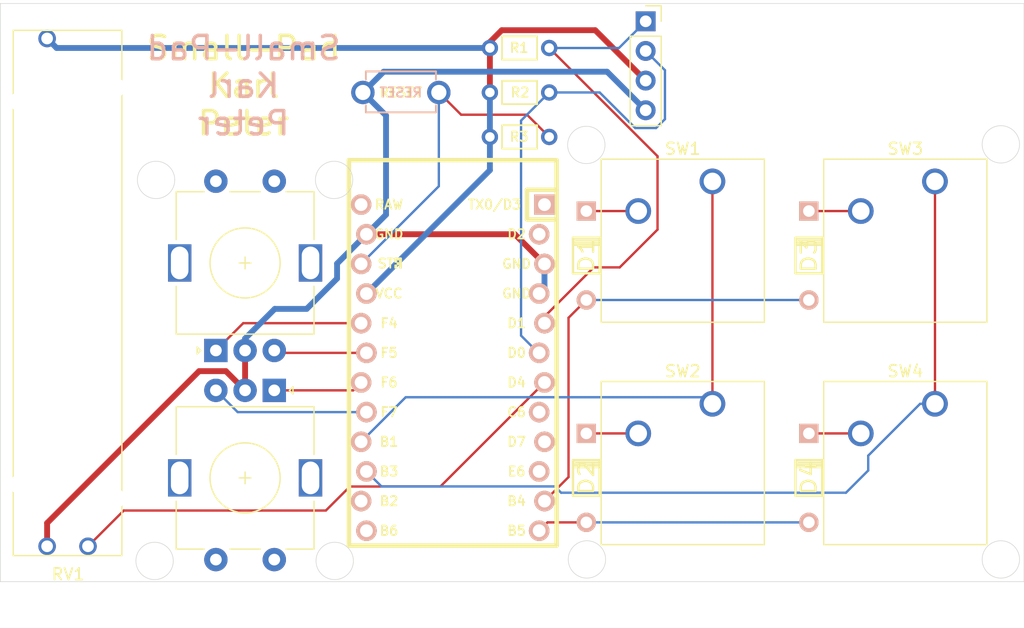
<source format=kicad_pcb>
(kicad_pcb (version 20221018) (generator pcbnew)
  (layers (0 "F.Cu" signal) (31 "B.Cu" signal) (34 "B.Paste" user) (35 "F.Paste" user) (36 "B.SilkS" user "B.Silkscreen") (37 "F.SilkS" user "F.Silkscreen") (38 "B.Mask" user) (39 "F.Mask" user) (44 "Edge.Cuts" user))
  (net 0 "")
  (net 1 "GND")
  (net 2 "Net-(U1-RST)")
  (net 3 "encC")
  (net 4 "encD")
  (net 5 "encE")
  (net 6 "encF")
  (net 7 "VCC")
  (net 8 "SDA")
  (net 9 "SCL")
  (net 10 "rowA")
  (net 11 "Net-(D1-A)")
  (net 12 "rowB")
  (net 13 "Net-(D2-A)")
  (net 14 "Net-(D3-A)")
  (net 15 "Net-(D4-A)")
  (net 16 "encA")
  (net 17 "col1")
  (net 18 "col0")
  (footprint "Library:TACT_SWITCH_TVBP06" (layer "F.Cu") (at 163.83 58.42)
    (fp_text reference "SW7" hide)
    (fp_text value "SW_Omron_B3FS" hide)
    (fp_text user "RESET" (at 0 0) (layer "B.SilkS") (effects (font (size 0.8 0.8)) (justify mirror)))
    (fp_text user "RESET" (at 0 0 -180) (layer "F.SilkS") (effects (font (size 0.8 0.8))))
    (fp_line (start -3 -1.8) (end -3 -1.1) (stroke (width 0.15)) (layer "B.SilkS"))
    (fp_line (start -3 -1.8) (end 2.9 -1.8) (stroke (width 0.15)) (layer "B.SilkS"))
    (fp_line (start -3 -1.8) (end 3 -1.8) (stroke (width 0.15)) (layer "B.SilkS"))
    (fp_line (start -3 1.7) (end -3 1.1) (stroke (width 0.15)) (layer "B.SilkS"))
    (fp_line (start 3 -1.8) (end 3 -1.1) (stroke (width 0.15)) (layer "B.SilkS"))
    (fp_line (start 3 1.7) (end -3 1.7) (stroke (width 0.15)) (layer "B.SilkS"))
    (fp_line (start 3 1.7) (end 3 1.1) (stroke (width 0.15)) (layer "B.SilkS"))
    (fp_line (start -3 -1.8) (end -3 -1.1) (stroke (width 0.15)) (layer "F.SilkS"))
    (fp_line (start -3 1.7) (end -3 1.1) (stroke (width 0.15)) (layer "F.SilkS"))
    (fp_line (start -3 1.7) (end 3 1.7) (stroke (width 0.15)) (layer "F.SilkS"))
    (fp_line (start 3 -1.8) (end -3 -1.8) (stroke (width 0.15)) (layer "F.SilkS"))
    (fp_line (start 3 -1.8) (end 3 -1.1) (stroke (width 0.15)) (layer "F.SilkS"))
    (fp_line (start 3 1.7) (end 3 1.1) (stroke (width 0.15)) (layer "F.SilkS"))
    (pad "1" thru_hole circle (at -3.25 0) (size 2 2) (drill 1.3) (layers "*.Cu" "*.Mask") (net 1 "GND"))
    (pad "2" thru_hole circle (at 3.25 0) (size 2 2) (drill 1.3) (layers "*.Cu" "*.Mask") (net 2 "Net-(U1-RST)"))
  )
  (footprint "Library:RESISTOR" (layer "F.Cu") (at 173.99 58.42 180)
    (fp_text reference "R2" (at -0.039272 0) (layer "F.SilkS") (effects (font (size 0.8128 0.8128))))
    (fp_text value "R_US" hide)
    (fp_line (start -1.50114 -1.00076) (end -1.50114 1.00076) (stroke (width 0.15)) (layer "F.SilkS"))
    (fp_line (start -1.50114 1.00076) (end 1.50114 1.00076) (stroke (width 0.15)) (layer "F.SilkS"))
    (fp_line (start 1.50114 -1.00076) (end -1.50114 -1.00076) (stroke (width 0.15)) (layer "F.SilkS"))
    (fp_line (start 1.50114 1.00076) (end 1.50114 -1.00076) (stroke (width 0.15)) (layer "F.SilkS"))
    (pad "1" thru_hole circle (at -2.54 0 180) (size 1.397 1.397) (drill 0.8128) (layers "*.Cu" "*.Mask") (net 9 "SCL"))
    (pad "2" thru_hole circle (at 2.54 0 180) (size 1.397 1.397) (drill 0.8128) (layers "*.Cu" "*.Mask") (net 7 "VCC"))
  )
  (footprint "Library:ArduinoProMicro-ZigZag" (layer "F.Cu") (at 168.275 81.99675 -90)
    (fp_text reference "U1" hide)
    (fp_text value "ProMicro" hide)
    (fp_text user "D0" (at -1.27 -5.461) (layer "F.SilkS") (effects (font (size 0.8 0.8))))
    (fp_text user "E6" (at 8.89 -5.461) (layer "F.SilkS") (effects (font (size 0.8 0.8))))
    (fp_text user "C6" (at 3.81 -5.461) (layer "F.SilkS") (effects (font (size 0.8 0.8))))
    (fp_text user "B2" (at 11.43 5.461) (layer "F.SilkS") (effects (font (size 0.8 0.8))))
    (fp_text user "ST" (at -8.92 5.73312) (layer "F.SilkS") (effects (font (size 0.8 0.8))))
    (fp_text user "D2" (at -11.43 -5.461) (layer "F.SilkS") (effects (font (size 0.8 0.8))))
    (fp_text user "D1" (at -3.81 -5.461) (layer "F.SilkS") (effects (font (size 0.8 0.8))))
    (fp_text user "VCC" (at -6.35 5.461) (layer "F.SilkS") (effects (font (size 0.8 0.8))))
    (fp_text user "D7" (at 6.35 -5.461) (layer "F.SilkS") (effects (font (size 0.8 0.8))))
    (fp_text user "F7" (at 3.81 5.461) (layer "F.SilkS") (effects (font (size 0.8 0.8))))
    (fp_text user "B6" (at 13.97 5.461) (layer "F.SilkS") (effects (font (size 0.8 0.8))))
    (fp_text user "RAW" (at -13.97 5.461) (layer "F.SilkS") (effects (font (size 0.8 0.8))))
    (fp_text user "B1" (at 6.35 5.461) (layer "F.SilkS") (effects (font (size 0.8 0.8))))
    (fp_text user "GND" (at -11.43 5.461) (layer "F.SilkS") (effects (font (size 0.8 0.8))))
    (fp_text user "B3" (at 8.89 5.461) (layer "F.SilkS") (effects (font (size 0.8 0.8))))
    (fp_text user "F4" (at -3.81 5.461) (layer "F.SilkS") (effects (font (size 0.8 0.8))))
    (fp_text user "B5" (at 13.97 -5.461) (layer "F.SilkS") (effects (font (size 0.8 0.8))))
    (fp_text user "D4" (at 1.27 -5.461) (layer "F.SilkS") (effects (font (size 0.8 0.8))))
    (fp_text user "B4" (at 11.43 -5.461) (layer "F.SilkS") (effects (font (size 0.8 0.8))))
    (fp_text user "GND" (at -6.35 -5.461) (layer "F.SilkS") (effects (font (size 0.8 0.8))))
    (fp_text user "F6" (at 1.27 5.461) (layer "F.SilkS") (effects (font (size 0.8 0.8))))
    (fp_text user "GND" (at -8.89 -5.461) (layer "F.SilkS") (effects (font (size 0.8 0.8))))
    (fp_text user "TX0/D3" (at -13.97 -3.571872) (layer "F.SilkS") (effects (font (size 0.8 0.8))))
    (fp_text user "F5" (at -1.27 5.461) (layer "F.SilkS") (effects (font (size 0.8 0.8))))
    (fp_line (start -17.78 -8.89) (end -15.24 -8.89) (stroke (width 0.381)) (layer "F.SilkS"))
    (fp_line (start -17.78 8.89) (end -17.78 -8.89) (stroke (width 0.381)) (layer "F.SilkS"))
    (fp_line (start -15.24 -8.89) (end 15.24 -8.89) (stroke (width 0.381)) (layer "F.SilkS"))
    (fp_line (start -15.24 -6.35) (end -15.24 -8.89) (stroke (width 0.381)) (layer "F.SilkS"))
    (fp_line (start -15.24 -6.35) (end -12.7 -6.35) (stroke (width 0.381)) (layer "F.SilkS"))
    (fp_line (start -15.24 8.89) (end -17.78 8.89) (stroke (width 0.381)) (layer "F.SilkS"))
    (fp_line (start -12.7 -6.35) (end -12.7 -8.89) (stroke (width 0.381)) (layer "F.SilkS"))
    (fp_line (start 15.24 -8.89) (end 15.24 8.89) (stroke (width 0.381)) (layer "F.SilkS"))
    (fp_line (start 15.24 8.89) (end -15.24 8.89) (stroke (width 0.381)) (layer "F.SilkS"))
    (fp_poly (pts (xy -9.36064 4.531568) (xy -8.56064 4.531568) (xy -8.56064 4.431568) (xy -9.36064 4.431568)) (stroke (width 0.15)) (fill solid) (layer "F.SilkS"))
    (fp_poly (pts (xy -9.36064 4.931568) (xy -9.26064 4.931568) (xy -9.26064 4.431568) (xy -9.36064 4.431568)) (stroke (width 0.15)) (fill solid) (layer "F.SilkS"))
    (fp_poly (pts (xy -9.36064 4.931568) (xy -9.06064 4.931568) (xy -9.06064 4.831568) (xy -9.36064 4.831568)) (stroke (width 0.15)) (fill solid) (layer "F.SilkS"))
    (fp_poly (pts (xy -8.96064 4.731568) (xy -8.86064 4.731568) (xy -8.86064 4.631568) (xy -8.96064 4.631568)) (stroke (width 0.15)) (fill solid) (layer "F.SilkS"))
    (fp_poly (pts (xy -8.76064 4.931568) (xy -8.56064 4.931568) (xy -8.56064 4.831568) (xy -8.76064 4.831568)) (stroke (width 0.15)) (fill solid) (layer "F.SilkS"))
    (pad "1" thru_hole rect (at -13.97 -7.8486 270) (size 1.7526 1.7526) (drill 1.0922) (layers "*.Cu" "*.SilkS" "*.Mask"))
    (pad "2" thru_hole circle (at -11.43 -7.3914 270) (size 1.7526 1.7526) (drill 1.0922) (layers "*.Cu" "*.SilkS" "*.Mask"))
    (pad "3" thru_hole circle (at -8.89 -7.8486 270) (size 1.7526 1.7526) (drill 1.0922) (layers "*.Cu" "*.SilkS" "*.Mask") (net 1 "GND"))
    (pad "4" thru_hole circle (at -6.35 -7.3914 270) (size 1.7526 1.7526) (drill 1.0922) (layers "*.Cu" "*.SilkS" "*.Mask") (net 1 "GND"))
    (pad "5" thru_hole circle (at -3.81 -7.8486 270) (size 1.7526 1.7526) (drill 1.0922) (layers "*.Cu" "*.SilkS" "*.Mask") (net 8 "SDA"))
    (pad "6" thru_hole circle (at -1.27 -7.3914 270) (size 1.7526 1.7526) (drill 1.0922) (layers "*.Cu" "*.SilkS" "*.Mask") (net 9 "SCL"))
    (pad "7" thru_hole circle (at 1.27 -7.8486 270) (size 1.7526 1.7526) (drill 1.0922) (layers "*.Cu" "*.SilkS" "*.Mask") (net 16 "encA"))
    (pad "8" thru_hole circle (at 3.81 -7.3914 270) (size 1.7526 1.7526) (drill 1.0922) (layers "*.Cu" "*.SilkS" "*.Mask"))
    (pad "9" thru_hole circle (at 6.35 -7.8486 270) (size 1.7526 1.7526) (drill 1.0922) (layers "*.Cu" "*.SilkS" "*.Mask"))
    (pad "10" thru_hole circle (at 8.89 -7.3914 270) (size 1.7526 1.7526) (drill 1.0922) (layers "*.Cu" "*.SilkS" "*.Mask"))
    (pad "11" thru_hole circle (at 11.43 -7.8486 270) (size 1.7526 1.7526) (drill 1.0922) (layers "*.Cu" "*.SilkS" "*.Mask") (net 10 "rowA"))
    (pad "12" thru_hole circle (at 13.97 -7.3914 270) (size 1.7526 1.7526) (drill 1.0922) (layers "*.Cu" "*.SilkS" "*.Mask") (net 12 "rowB"))
    (pad "13" thru_hole circle (at 13.97 7.3914 270) (size 1.7526 1.7526) (drill 1.0922) (layers "*.Cu" "*.SilkS" "*.Mask"))
    (pad "14" thru_hole circle (at 11.43 7.8486 270) (size 1.7526 1.7526) (drill 1.0922) (layers "*.Cu" "*.SilkS" "*.Mask"))
    (pad "15" thru_hole circle (at 8.89 7.3914 270) (size 1.7526 1.7526) (drill 1.0922) (layers "*.Cu" "*.SilkS" "*.Mask") (net 17 "col1"))
    (pad "16" thru_hole circle (at 6.35 7.8486 270) (size 1.7526 1.7526) (drill 1.0922) (layers "*.Cu" "*.SilkS" "*.Mask") (net 18 "col0"))
    (pad "17" thru_hole circle (at 3.81 7.3914 270) (size 1.7526 1.7526) (drill 1.0922) (layers "*.Cu" "*.SilkS" "*.Mask") (net 6 "encF"))
    (pad "18" thru_hole circle (at 1.27 7.8486 270) (size 1.7526 1.7526) (drill 1.0922) (layers "*.Cu" "*.SilkS" "*.Mask") (net 5 "encE"))
    (pad "19" thru_hole circle (at -1.27 7.3914 270) (size 1.7526 1.7526) (drill 1.0922) (layers "*.Cu" "*.SilkS" "*.Mask") (net 4 "encD"))
    (pad "20" thru_hole circle (at -3.81 7.8486 270) (size 1.7526 1.7526) (drill 1.0922) (layers "*.Cu" "*.SilkS" "*.Mask") (net 3 "encC"))
    (pad "21" thru_hole circle (at -6.35 7.3914 270) (size 1.7526 1.7526) (drill 1.0922) (layers "*.Cu" "*.SilkS" "*.Mask") (net 7 "VCC"))
    (pad "22" thru_hole circle (at -8.89 7.8486 270) (size 1.7526 1.7526) (drill 1.0922) (layers "*.Cu" "*.SilkS" "*.Mask") (net 2 "Net-(U1-RST)"))
    (pad "23" thru_hole circle (at -11.43 7.3914 270) (size 1.7526 1.7526) (drill 1.0922) (layers "*.Cu" "*.SilkS" "*.Mask") (net 1 "GND"))
    (pad "24" thru_hole circle (at -13.97 7.8486 270) (size 1.7526 1.7526) (drill 1.0922) (layers "*.Cu" "*.SilkS" "*.Mask"))
  )
  (footprint "Library:RESISTOR" (layer "F.Cu") (at 173.99 54.61)
    (fp_text reference "R1" (at -0.039272 -0.011965) (layer "F.SilkS") (effects (font (size 0.8128 0.8128))))
    (fp_text value "R_US" hide)
    (fp_line (start -1.50114 -1.00076) (end -1.50114 1.00076) (stroke (width 0.15)) (layer "F.SilkS"))
    (fp_line (start -1.50114 1.00076) (end 1.50114 1.00076) (stroke (width 0.15)) (layer "F.SilkS"))
    (fp_line (start 1.50114 -1.00076) (end -1.50114 -1.00076) (stroke (width 0.15)) (layer "F.SilkS"))
    (fp_line (start 1.50114 1.00076) (end 1.50114 -1.00076) (stroke (width 0.15)) (layer "F.SilkS"))
    (pad "1" thru_hole circle (at -2.54 0) (size 1.397 1.397) (drill 0.8128) (layers "*.Cu" "*.Mask") (net 7 "VCC"))
    (pad "2" thru_hole circle (at 2.54 0) (size 1.397 1.397) (drill 0.8128) (layers "*.Cu" "*.Mask") (net 8 "SDA"))
  )
  (footprint "Library:Diode" (layer "F.Cu") (at 198.755 91.44 90)
    (fp_text reference "D4" (at 0 0 90) (layer "F.SilkS") (effects (font (size 1.27 1.524) (thickness 0.2032))))
    (fp_text value "D_Small" hide)
    (fp_line (start -1.524 -1.143) (end 1.524 -1.143) (stroke (width 0.2032)) (layer "F.SilkS"))
    (fp_line (start -1.524 1.143) (end -1.524 -1.143) (stroke (width 0.2032)) (layer "F.SilkS"))
    (fp_line (start 0.9 1.1) (end 0.9 -1.1) (stroke (width 0.15)) (layer "F.SilkS"))
    (fp_line (start 1.1 -1.1) (end 1.1 1.1) (stroke (width 0.15)) (layer "F.SilkS"))
    (fp_line (start 1.3 -1.1) (end 1.3 -1) (stroke (width 0.15)) (layer "F.SilkS"))
    (fp_line (start 1.3 -1) (end 1.3 -1.1) (stroke (width 0.15)) (layer "F.SilkS"))
    (fp_line (start 1.3 1.1) (end 1.3 -1) (stroke (width 0.15)) (layer "F.SilkS"))
    (fp_line (start 1.524 -1.143) (end 1.524 1.143) (stroke (width 0.2032)) (layer "F.SilkS"))
    (fp_line (start 1.524 1.143) (end -1.524 1.143) (stroke (width 0.2032)) (layer "F.SilkS"))
    (pad "1" thru_hole circle (at -3.81 0 90) (size 1.651 1.651) (drill 0.9906) (layers "*.Cu" "*.SilkS" "*.Mask") (net 12 "rowB"))
    (pad "2" thru_hole rect (at 3.81 0 90) (size 1.651 1.651) (drill 0.9906) (layers "*.Cu" "*.SilkS" "*.Mask") (net 15 "Net-(D4-A)"))
  )
  (footprint "Library:Diode" (layer "F.Cu") (at 179.705 72.39 90)
    (fp_text reference "D1" (at 0 0 90) (layer "F.SilkS") (effects (font (size 1.27 1.524) (thickness 0.2032))))
    (fp_text value "D_Small" hide)
    (fp_line (start -1.524 -1.143) (end 1.524 -1.143) (stroke (width 0.2032)) (layer "F.SilkS"))
    (fp_line (start -1.524 1.143) (end -1.524 -1.143) (stroke (width 0.2032)) (layer "F.SilkS"))
    (fp_line (start 0.9 1.1) (end 0.9 -1.1) (stroke (width 0.15)) (layer "F.SilkS"))
    (fp_line (start 1.1 -1.1) (end 1.1 1.1) (stroke (width 0.15)) (layer "F.SilkS"))
    (fp_line (start 1.3 -1.1) (end 1.3 -1) (stroke (width 0.15)) (layer "F.SilkS"))
    (fp_line (start 1.3 -1) (end 1.3 -1.1) (stroke (width 0.15)) (layer "F.SilkS"))
    (fp_line (start 1.3 1.1) (end 1.3 -1) (stroke (width 0.15)) (layer "F.SilkS"))
    (fp_line (start 1.524 -1.143) (end 1.524 1.143) (stroke (width 0.2032)) (layer "F.SilkS"))
    (fp_line (start 1.524 1.143) (end -1.524 1.143) (stroke (width 0.2032)) (layer "F.SilkS"))
    (pad "1" thru_hole circle (at -3.81 0 90) (size 1.651 1.651) (drill 0.9906) (layers "*.Cu" "*.SilkS" "*.Mask") (net 10 "rowA"))
    (pad "2" thru_hole rect (at 3.81 0 90) (size 1.651 1.651) (drill 0.9906) (layers "*.Cu" "*.SilkS" "*.Mask") (net 11 "Net-(D1-A)"))
  )
  (footprint "Button_Switch_Keyboard:SW_Cherry_MX_1.00u_PCB" (layer "F.Cu") (at 190.5 85.09)
    (fp_text reference "SW2" (at -2.54 -2.794) (layer "F.SilkS"))
    (fp_text value "KEYSW")
    (fp_line (start -9.525 -1.905) (end 4.445 -1.905) (stroke (width 0.12)) (layer "F.SilkS"))
    (fp_line (start -9.525 12.065) (end -9.525 -1.905) (stroke (width 0.12)) (layer "F.SilkS"))
    (fp_line (start 4.445 -1.905) (end 4.445 12.065) (stroke (width 0.12)) (layer "F.SilkS"))
    (fp_line (start 4.445 12.065) (end -9.525 12.065) (stroke (width 0.12)) (layer "F.SilkS"))
    (pad "" np_thru_hole circle (at -7.62 5.08) (size 1.7 1.7) (drill 1.7) (layers "*.Cu" "*.Mask"))
    (pad "" np_thru_hole circle (at -2.54 5.08) (size 4 4) (drill 4) (layers "*.Cu" "*.Mask"))
    (pad "" np_thru_hole circle (at 2.54 5.08) (size 1.7 1.7) (drill 1.7) (layers "*.Cu" "*.Mask"))
    (pad "1" thru_hole circle (at 0 0) (size 2.2 2.2) (drill 1.5) (layers "*.Cu" "*.Mask") (net 18 "col0"))
    (pad "2" thru_hole circle (at -6.35 2.54) (size 2.2 2.2) (drill 1.5) (layers "*.Cu" "*.Mask") (net 13 "Net-(D2-A)"))
  )
  (footprint "Library:RotaryEncoder_EC11" (layer "F.Cu") (at 150.495 91.44 -90)
    (fp_text reference "Rot3")
    (fp_text value "RotaryEncoder")
    (fp_line (start -7.8 -4.1) (end -7.2 -4.1) (stroke (width 0.12)) (layer "F.SilkS"))
    (fp_line (start -7.5 -3.8) (end -7.8 -4.1) (stroke (width 0.12)) (layer "F.SilkS"))
    (fp_line (start -7.2 -4.1) (end -7.5 -3.8) (stroke (width 0.12)) (layer "F.SilkS"))
    (fp_line (start -6.1 -5.9) (end -6.1 5.9) (stroke (width 0.12)) (layer "F.SilkS"))
    (fp_line (start -2 -5.9) (end -6.1 -5.9) (stroke (width 0.12)) (layer "F.SilkS"))
    (fp_line (start -2 5.9) (end -6.1 5.9) (stroke (width 0.12)) (layer "F.SilkS"))
    (fp_line (start -0.5 0) (end 0.5 0) (stroke (width 0.12)) (layer "F.SilkS"))
    (fp_line (start 0 -0.5) (end 0 0.5) (stroke (width 0.12)) (layer "F.SilkS"))
    (fp_line (start 2 -5.9) (end 6.1 -5.9) (stroke (width 0.12)) (layer "F.SilkS"))
    (fp_line (start 6.1 -5.9) (end 6.1 -3.5) (stroke (width 0.12)) (layer "F.SilkS"))
    (fp_line (start 6.1 -1.3) (end 6.1 1.3) (stroke (width 0.12)) (layer "F.SilkS"))
    (fp_line (start 6.1 3.5) (end 6.1 5.9) (stroke (width 0.12)) (layer "F.SilkS"))
    (fp_line (start 6.1 5.9) (end 2 5.9) (stroke (width 0.12)) (layer "F.SilkS"))
    (fp_circle (center 0 0) (end 3 0) (stroke (width 0.12)) (fill none) (layer "F.SilkS"))
    (pad "" np_thru_hole rect (at 0 -5.6 270) (size 3.2 2) (drill oval 2.8 1.5) (layers "*.Cu" "*.Mask"))
    (pad "" np_thru_hole rect (at 0 5.6 270) (size 3.2 2) (drill oval 2.8 1.5) (layers "*.Cu" "*.Mask"))
    (pad "A" thru_hole rect (at -7.5 -2.5 270) (size 2 2) (drill 1) (layers "*.Cu" "*.Mask") (net 5 "encE"))
    (pad "B" thru_hole circle (at -7.5 2.5 270) (size 2 2) (drill 1) (layers "*.Cu" "*.Mask") (net 6 "encF"))
    (pad "C" thru_hole circle (at -7.5 0 270) (size 2 2) (drill 1) (layers "*.Cu" "*.Mask") (net 1 "GND"))
    (pad "S1" thru_hole circle (at 7 2.5 270) (size 2 2) (drill 1) (layers "*.Cu" "*.Mask"))
    (pad "S2" thru_hole circle (at 7 -2.5 270) (size 2 2) (drill 1) (layers "*.Cu" "*.Mask"))
  )
  (footprint "Button_Switch_Keyboard:SW_Cherry_MX_1.00u_PCB" (layer "F.Cu") (at 209.55 85.09)
    (fp_text reference "SW4" (at -2.54 -2.794) (layer "F.SilkS"))
    (fp_text value "KEYSW")
    (fp_line (start -9.525 -1.905) (end 4.445 -1.905) (stroke (width 0.12)) (layer "F.SilkS"))
    (fp_line (start -9.525 12.065) (end -9.525 -1.905) (stroke (width 0.12)) (layer "F.SilkS"))
    (fp_line (start 4.445 -1.905) (end 4.445 12.065) (stroke (width 0.12)) (layer "F.SilkS"))
    (fp_line (start 4.445 12.065) (end -9.525 12.065) (stroke (width 0.12)) (layer "F.SilkS"))
    (pad "" np_thru_hole circle (at -7.62 5.08) (size 1.7 1.7) (drill 1.7) (layers "*.Cu" "*.Mask"))
    (pad "" np_thru_hole circle (at -2.54 5.08) (size 4 4) (drill 4) (layers "*.Cu" "*.Mask"))
    (pad "" np_thru_hole circle (at 2.54 5.08) (size 1.7 1.7) (drill 1.7) (layers "*.Cu" "*.Mask"))
    (pad "1" thru_hole circle (at 0 0) (size 2.2 2.2) (drill 1.5) (layers "*.Cu" "*.Mask") (net 17 "col1"))
    (pad "2" thru_hole circle (at -6.35 2.54) (size 2.2 2.2) (drill 1.5) (layers "*.Cu" "*.Mask") (net 15 "Net-(D4-A)"))
  )
  (footprint "Library:RESISTOR" (layer "F.Cu") (at 173.99 62.23)
    (fp_text reference "R3" (at -0.039272 -0.011965) (layer "F.SilkS") (effects (font (size 0.8128 0.8128))))
    (fp_text value "R_US" hide)
    (fp_line (start -1.50114 -1.00076) (end -1.50114 1.00076) (stroke (width 0.15)) (layer "F.SilkS"))
    (fp_line (start -1.50114 1.00076) (end 1.50114 1.00076) (stroke (width 0.15)) (layer "F.SilkS"))
    (fp_line (start 1.50114 -1.00076) (end -1.50114 -1.00076) (stroke (width 0.15)) (layer "F.SilkS"))
    (fp_line (start 1.50114 1.00076) (end 1.50114 -1.00076) (stroke (width 0.15)) (layer "F.SilkS"))
    (pad "1" thru_hole circle (at -2.54 0) (size 1.397 1.397) (drill 0.8128) (layers "*.Cu" "*.Mask") (net 7 "VCC"))
    (pad "2" thru_hole circle (at 2.54 0) (size 1.397 1.397) (drill 0.8128) (layers "*.Cu" "*.Mask") (net 2 "Net-(U1-RST)"))
  )
  (footprint "Library:potentiometer_slider_45mm" (layer "F.Cu") (at 142.248 98.097 90)
    (fp_text reference "RV1" (at -1.598 -6.9) (layer "F.SilkS"))
    (fp_text value "R_Potentiometer")
    (fp_line (start 0 -11.6) (end 45 -11.6) (stroke (width 0.12)) (layer "F.SilkS"))
    (fp_line (start 0 -2.3) (end 0 -11.6) (stroke (width 0.12)) (layer "F.SilkS"))
    (fp_line (start 45 -11.6) (end 45 -2.3) (stroke (width 0.12)) (layer "F.SilkS"))
    (fp_line (start 45 -2.3) (end 0 -2.3) (stroke (width 0.12)) (layer "F.SilkS"))
    (pad "" np_thru_hole circle (at 4.9 -2.7 90) (size 1.5 1.5) (drill 1.5) (layers "*.Cu" "*.Mask"))
    (pad "" np_thru_hole circle (at 6.1 -11.2 90) (size 1.5 1.5) (drill 1.5) (layers "*.Cu" "*.Mask"))
    (pad "" np_thru_hole circle (at 38.9 -11.2 90) (size 1.5 1.5) (drill 1.5) (layers "*.Cu" "*.Mask"))
    (pad "" np_thru_hole circle (at 40.1 -2.7 90) (size 1.5 1.5) (drill 1.5) (layers "*.Cu" "*.Mask"))
    (pad "1" thru_hole circle (at 0.8 -8.7 90) (size 1.5 1.5) (drill 1) (layers "*.Cu" "*.Mask") (net 1 "GND"))
    (pad "2" thru_hole circle (at 0.8 -5.2 90) (size 1.5 1.5) (drill 1) (layers "*.Cu" "*.Mask") (net 16 "encA"))
    (pad "3" thru_hole circle (at 44.3 -8.7 90) (size 1.5 1.5) (drill 1) (layers "*.Cu" "*.Mask") (net 7 "VCC"))
  )
  (footprint "Library:Diode" (layer "F.Cu") (at 198.755 72.39 90)
    (fp_text reference "D3" (at 0 0 90) (layer "F.SilkS") (effects (font (size 1.27 1.524) (thickness 0.2032))))
    (fp_text value "D_Small" hide)
    (fp_line (start -1.524 -1.143) (end 1.524 -1.143) (stroke (width 0.2032)) (layer "F.SilkS"))
    (fp_line (start -1.524 1.143) (end -1.524 -1.143) (stroke (width 0.2032)) (layer "F.SilkS"))
    (fp_line (start 0.9 1.1) (end 0.9 -1.1) (stroke (width 0.15)) (layer "F.SilkS"))
    (fp_line (start 1.1 -1.1) (end 1.1 1.1) (stroke (width 0.15)) (layer "F.SilkS"))
    (fp_line (start 1.3 -1.1) (end 1.3 -1) (stroke (width 0.15)) (layer "F.SilkS"))
    (fp_line (start 1.3 -1) (end 1.3 -1.1) (stroke (width 0.15)) (layer "F.SilkS"))
    (fp_line (start 1.3 1.1) (end 1.3 -1) (stroke (width 0.15)) (layer "F.SilkS"))
    (fp_line (start 1.524 -1.143) (end 1.524 1.143) (stroke (width 0.2032)) (layer "F.SilkS"))
    (fp_line (start 1.524 1.143) (end -1.524 1.143) (stroke (width 0.2032)) (layer "F.SilkS"))
    (pad "1" thru_hole circle (at -3.81 0 90) (size 1.651 1.651) (drill 0.9906) (layers "*.Cu" "*.SilkS" "*.Mask") (net 10 "rowA"))
    (pad "2" thru_hole rect (at 3.81 0 90) (size 1.651 1.651) (drill 0.9906) (layers "*.Cu" "*.SilkS" "*.Mask") (net 14 "Net-(D3-A)"))
  )
  (footprint "Button_Switch_Keyboard:SW_Cherry_MX_1.00u_PCB" (layer "F.Cu") (at 209.55 66.04)
    (fp_text reference "SW3" (at -2.54 -2.794) (layer "F.SilkS"))
    (fp_text value "KEYSW")
    (fp_line (start -9.525 -1.905) (end 4.445 -1.905) (stroke (width 0.12)) (layer "F.SilkS"))
    (fp_line (start -9.525 12.065) (end -9.525 -1.905) (stroke (width 0.12)) (layer "F.SilkS"))
    (fp_line (start 4.445 -1.905) (end 4.445 12.065) (stroke (width 0.12)) (layer "F.SilkS"))
    (fp_line (start 4.445 12.065) (end -9.525 12.065) (stroke (width 0.12)) (layer "F.SilkS"))
    (pad "" np_thru_hole circle (at -7.62 5.08) (size 1.7 1.7) (drill 1.7) (layers "*.Cu" "*.Mask"))
    (pad "" np_thru_hole circle (at -2.54 5.08) (size 4 4) (drill 4) (layers "*.Cu" "*.Mask"))
    (pad "" np_thru_hole circle (at 2.54 5.08) (size 1.7 1.7) (drill 1.7) (layers "*.Cu" "*.Mask"))
    (pad "1" thru_hole circle (at 0 0) (size 2.2 2.2) (drill 1.5) (layers "*.Cu" "*.Mask") (net 17 "col1"))
    (pad "2" thru_hole circle (at -6.35 2.54) (size 2.2 2.2) (drill 1.5) (layers "*.Cu" "*.Mask") (net 14 "Net-(D3-A)"))
  )
  (footprint "Library:RotaryEncoder_EC11" (layer "F.Cu") (at 150.495 73.025 90)
    (fp_text reference "Rot2")
    (fp_text value "RotaryEncoder")
    (fp_line (start -7.8 -4.1) (end -7.2 -4.1) (stroke (width 0.12)) (layer "F.SilkS"))
    (fp_line (start -7.5 -3.8) (end -7.8 -4.1) (stroke (width 0.12)) (layer "F.SilkS"))
    (fp_line (start -7.2 -4.1) (end -7.5 -3.8) (stroke (width 0.12)) (layer "F.SilkS"))
    (fp_line (start -6.1 -5.9) (end -6.1 5.9) (stroke (width 0.12)) (layer "F.SilkS"))
    (fp_line (start -2 -5.9) (end -6.1 -5.9) (stroke (width 0.12)) (layer "F.SilkS"))
    (fp_line (start -2 5.9) (end -6.1 5.9) (stroke (width 0.12)) (layer "F.SilkS"))
    (fp_line (start -0.5 0) (end 0.5 0) (stroke (width 0.12)) (layer "F.SilkS"))
    (fp_line (start 0 -0.5) (end 0 0.5) (stroke (width 0.12)) (layer "F.SilkS"))
    (fp_line (start 2 -5.9) (end 6.1 -5.9) (stroke (width 0.12)) (layer "F.SilkS"))
    (fp_line (start 6.1 -5.9) (end 6.1 -3.5) (stroke (width 0.12)) (layer "F.SilkS"))
    (fp_line (start 6.1 -1.3) (end 6.1 1.3) (stroke (width 0.12)) (layer "F.SilkS"))
    (fp_line (start 6.1 3.5) (end 6.1 5.9) (stroke (width 0.12)) (layer "F.SilkS"))
    (fp_line (start 6.1 5.9) (end 2 5.9) (stroke (width 0.12)) (layer "F.SilkS"))
    (fp_circle (center 0 0) (end 3 0) (stroke (width 0.12)) (fill none) (layer "F.SilkS"))
    (pad "" np_thru_hole rect (at 0 -5.6 90) (size 3.2 2) (drill oval 2.8 1.5) (layers "*.Cu" "*.Mask"))
    (pad "" np_thru_hole rect (at 0 5.6 90) (size 3.2 2) (drill oval 2.8 1.5) (layers "*.Cu" "*.Mask"))
    (pad "A" thru_hole rect (at -7.5 -2.5 90) (size 2 2) (drill 1) (layers "*.Cu" "*.Mask") (net 3 "encC"))
    (pad "B" thru_hole circle (at -7.5 2.5 90) (size 2 2) (drill 1) (layers "*.Cu" "*.Mask") (net 4 "encD"))
    (pad "C" thru_hole circle (at -7.5 0 90) (size 2 2) (drill 1) (layers "*.Cu" "*.Mask") (net 1 "GND"))
    (pad "S1" thru_hole circle (at 7 2.5 90) (size 2 2) (drill 1) (layers "*.Cu" "*.Mask"))
    (pad "S2" thru_hole circle (at 7 -2.5 90) (size 2 2) (drill 1) (layers "*.Cu" "*.Mask"))
  )
  (footprint "Button_Switch_Keyboard:SW_Cherry_MX_1.00u_PCB" (layer "F.Cu") (at 190.5 66.04)
    (fp_text reference "SW1" (at -2.54 -2.794) (layer "F.SilkS"))
    (fp_text value "KEYSW")
    (fp_line (start -9.525 -1.905) (end 4.445 -1.905) (stroke (width 0.12)) (layer "F.SilkS"))
    (fp_line (start -9.525 12.065) (end -9.525 -1.905) (stroke (width 0.12)) (layer "F.SilkS"))
    (fp_line (start 4.445 -1.905) (end 4.445 12.065) (stroke (width 0.12)) (layer "F.SilkS"))
    (fp_line (start 4.445 12.065) (end -9.525 12.065) (stroke (width 0.12)) (layer "F.SilkS"))
    (pad "" np_thru_hole circle (at -7.62 5.08) (size 1.7 1.7) (drill 1.7) (layers "*.Cu" "*.Mask"))
    (pad "" np_thru_hole circle (at -2.54 5.08) (size 4 4) (drill 4) (layers "*.Cu" "*.Mask"))
    (pad "" np_thru_hole circle (at 2.54 5.08) (size 1.7 1.7) (drill 1.7) (layers "*.Cu" "*.Mask"))
    (pad "1" thru_hole circle (at 0 0) (size 2.2 2.2) (drill 1.5) (layers "*.Cu" "*.Mask") (net 18 "col0"))
    (pad "2" thru_hole circle (at -6.35 2.54) (size 2.2 2.2) (drill 1.5) (layers "*.Cu" "*.Mask") (net 11 "Net-(D1-A)"))
  )
  (footprint "Library:Diode" (layer "F.Cu") (at 179.705 91.44 90)
    (fp_text reference "D2" (at 0 0 90) (layer "F.SilkS") (effects (font (size 1.27 1.524) (thickness 0.2032))))
    (fp_text value "D_Small" hide)
    (fp_line (start -1.524 -1.143) (end 1.524 -1.143) (stroke (width 0.2032)) (layer "F.SilkS"))
    (fp_line (start -1.524 1.143) (end -1.524 -1.143) (stroke (width 0.2032)) (layer "F.SilkS"))
    (fp_line (start 0.9 1.1) (end 0.9 -1.1) (stroke (width 0.15)) (layer "F.SilkS"))
    (fp_line (start 1.1 -1.1) (end 1.1 1.1) (stroke (width 0.15)) (layer "F.SilkS"))
    (fp_line (start 1.3 -1.1) (end 1.3 -1) (stroke (width 0.15)) (layer "F.SilkS"))
    (fp_line (start 1.3 -1) (end 1.3 -1.1) (stroke (width 0.15)) (layer "F.SilkS"))
    (fp_line (start 1.3 1.1) (end 1.3 -1) (stroke (width 0.15)) (layer "F.SilkS"))
    (fp_line (start 1.524 -1.143) (end 1.524 1.143) (stroke (width 0.2032)) (layer "F.SilkS"))
    (fp_line (start 1.524 1.143) (end -1.524 1.143) (stroke (width 0.2032)) (layer "F.SilkS"))
    (pad "1" thru_hole circle (at -3.81 0 90) (size 1.651 1.651) (drill 0.9906) (layers "*.Cu" "*.SilkS" "*.Mask") (net 12 "rowB"))
    (pad "2" thru_hole rect (at 3.81 0 90) (size 1.651 1.651) (drill 0.9906) (layers "*.Cu" "*.SilkS" "*.Mask") (net 13 "Net-(D2-A)"))
  )
  (footprint "Library:PinSocket_1x04_P2.54mm_Vertical" (layer "F.Cu") (at 184.785 52.324)
    (fp_text reference "P1" hide)
    (fp_text value "OLED")
    (fp_line (start -1.33 1.27) (end -1.33 8.95) (stroke (width 0.12)) (layer "F.SilkS"))
    (fp_line (start -1.33 1.27) (end 1.33 1.27) (stroke (width 0.12)) (layer "F.SilkS"))
    (fp_line (start -1.33 8.95) (end 1.33 8.95) (stroke (width 0.12)) (layer "F.SilkS"))
    (fp_line (start 0 -1.33) (end 1.33 -1.33) (stroke (width 0.12)) (layer "F.SilkS"))
    (fp_line (start 1.33 -1.33) (end 1.33 0) (stroke (width 0.12)) (layer "F.SilkS"))
    (fp_line (start 1.33 1.27) (end 1.33 8.95) (stroke (width 0.12)) (layer "F.SilkS"))
    (pad "" thru_hole oval (at 0 5.08) (size 1.7 1.7) (drill 1) (layers "*.Cu" "*.Mask") (net 7 "VCC"))
    (pad "1" thru_hole rect (at 0 0) (size 1.7 1.7) (drill 1) (layers "*.Cu" "*.Mask") (net 8 "SDA"))
    (pad "2" thru_hole oval (at 0 2.54) (size 1.7 1.7) (drill 1) (layers "*.Cu" "*.Mask") (net 9 "SCL"))
    (pad "4" thru_hole oval (at 0 7.62) (size 1.7 1.7) (drill 1) (layers "*.Cu" "*.Mask") (net 1 "GND"))
  )
  (gr_line (start 129.54 100.33) (end 129.54 50.8) (stroke (width 0.05)) (layer "Edge.Cuts"))
  (gr_circle (center 179.705 62.916) (end 181.305 62.916) (stroke (width 0.05)) (fill none) (layer "Edge.Cuts"))
  (gr_circle (center 142.875 65.913) (end 144.475 65.913) (stroke (width 0.05)) (fill none) (layer "Edge.Cuts"))
  (gr_line (start 129.54 50.8) (end 217.17 50.8) (stroke (width 0.05)) (layer "Edge.Cuts"))
  (gr_circle (center 179.756 98.425) (end 181.356 98.425) (stroke (width 0.05)) (fill none) (layer "Edge.Cuts"))
  (gr_circle (center 142.748 98.552) (end 144.348 98.552) (stroke (width 0.05)) (fill none) (layer "Edge.Cuts"))
  (gr_line (start 217.17 50.8) (end 217.17 100.33) (stroke (width 0.05)) (layer "Edge.Cuts"))
  (gr_circle (center 158.115 65.913) (end 159.715 65.913) (stroke (width 0.05)) (fill none) (layer "Edge.Cuts"))
  (gr_line (start 217.17 100.33) (end 129.54 100.33) (stroke (width 0.05)) (layer "Edge.Cuts"))
  (gr_circle (center 215.189 62.865) (end 216.789 62.865) (stroke (width 0.05)) (fill none) (layer "Edge.Cuts"))
  (gr_circle (center 158.166 98.552) (end 159.766 98.552) (stroke (width 0.05)) (fill none) (layer "Edge.Cuts"))
  (gr_circle (center 215.189 98.425) (end 216.789 98.425) (stroke (width 0.05)) (fill none) (layer "Edge.Cuts"))
  (gr_text "Small-Pad\nKarl\nPeter" (at 150.368 62.23) (layer "B.SilkS") (effects (font (size 2 2) (thickness 0.3)) (justify bottom mirror)))
  (gr_text "Small-Pad\nKarl\nPeter" (at 150.368 62.23) (layer "F.SilkS") (effects (font (size 2 2) (thickness 0.3)) (justify bottom)))
  (segment (start 133.548 95.306) (end 133.548 97.297) (width 0.5) (layer "F.Cu") (net 1))
  (segment (start 148.851 82.296) (end 146.558 82.296) (width 0.5) (layer "F.Cu") (net 1))
  (segment (start 160.8836 70.56675) (end 173.5836 70.56675) (width 0.5) (layer "F.Cu") (net 1))
  (segment (start 150.495 80.525) (end 150.495 83.94) (width 0.5) (layer "F.Cu") (net 1))
  (segment (start 150.495 83.94) (end 148.851 82.296) (width 0.5) (layer "F.Cu") (net 1))
  (segment (start 173.5836 70.56675) (end 176.1236 73.10675) (width 0.5) (layer "F.Cu") (net 1))
  (segment (start 146.558 82.296) (end 133.548 95.306) (width 0.5) (layer "F.Cu") (net 1))
  (segment (start 162.56 60.4) (end 160.58 58.42) (width 0.5) (layer "B.Cu") (net 1))
  (segment (start 176.1236 75.18955) (end 175.6664 75.64675) (width 0.5) (layer "B.Cu") (net 1))
  (segment (start 181.483 56.642) (end 184.785 59.944) (width 0.5) (layer "B.Cu") (net 1))
  (segment (start 160.58 58.42) (end 162.358 56.642) (width 0.5) (layer "B.Cu") (net 1))
  (segment (start 176.1236 73.10675) (end 176.1236 75.18955) (width 0.5) (layer "B.Cu") (net 1))
  (segment (start 158.369 73.08135) (end 158.369 74.359) (width 0.5) (layer "B.Cu") (net 1))
  (segment (start 162.56 68.89035) (end 162.56 60.4) (width 0.5) (layer "B.Cu") (net 1))
  (segment (start 160.8836 70.56675) (end 162.56 68.89035) (width 0.5) (layer "B.Cu") (net 1))
  (segment (start 150.495 79.502) (end 150.495 80.525) (width 0.5) (layer "B.Cu") (net 1))
  (segment (start 160.8836 70.56675) (end 158.369 73.08135) (width 0.5) (layer "B.Cu") (net 1))
  (segment (start 162.358 56.642) (end 181.483 56.642) (width 0.5) (layer "B.Cu") (net 1))
  (segment (start 153.035 76.962) (end 150.495 79.502) (width 0.5) (layer "B.Cu") (net 1))
  (segment (start 155.766 76.962) (end 153.035 76.962) (width 0.5) (layer "B.Cu") (net 1))
  (segment (start 158.369 74.359) (end 155.766 76.962) (width 0.5) (layer "B.Cu") (net 1))
  (segment (start 168.985 60.325) (end 167.08 58.42) (width 0.2) (layer "F.Cu") (net 2))
  (segment (start 176.53 62.23) (end 174.625 60.325) (width 0.2) (layer "F.Cu") (net 2))
  (segment (start 160.8836 73.56395) (end 160.4264 73.10675) (width 0.5) (layer "F.Cu") (net 2))
  (segment (start 174.625 60.325) (end 168.985 60.325) (width 0.2) (layer "F.Cu") (net 2))
  (segment (start 167.08 58.42) (end 167.08 66.45315) (width 0.2) (layer "B.Cu") (net 2))
  (segment (start 167.08 66.45315) (end 160.4264 73.10675) (width 0.2) (layer "B.Cu") (net 2))
  (segment (start 147.995 80.525) (end 150.33325 78.18675) (width 0.2) (layer "F.Cu") (net 3))
  (segment (start 150.33325 78.18675) (end 160.4264 78.18675) (width 0.2) (layer "F.Cu") (net 3))
  (segment (start 152.995 80.525) (end 153.19675 80.72675) (width 0.2) (layer "F.Cu") (net 4))
  (segment (start 153.19675 80.72675) (end 160.8836 80.72675) (width 0.2) (layer "F.Cu") (net 4))
  (segment (start 152.995 83.94) (end 159.75315 83.94) (width 0.2) (layer "F.Cu") (net 5))
  (segment (start 159.75315 83.94) (end 160.4264 83.26675) (width 0.2) (layer "F.Cu") (net 5))
  (segment (start 152.995 83.94) (end 153.55205 84.49705) (width 0.2) (layer "B.Cu") (net 5))
  (segment (start 160.8836 85.80675) (end 149.86175 85.80675) (width 0.2) (layer "B.Cu") (net 6))
  (segment (start 149.86175 85.80675) (end 147.995 83.94) (width 0.2) (layer "B.Cu") (net 6))
  (segment (start 171.45 58.42) (end 171.45 54.61) (width 0.5) (layer "F.Cu") (net 7))
  (segment (start 171.45 54.61) (end 171.45 54.102) (width 0.5) (layer "F.Cu") (net 7))
  (segment (start 172.466 53.086) (end 180.467 53.086) (width 0.5) (layer "F.Cu") (net 7))
  (segment (start 180.467 53.086) (end 184.785 57.404) (width 0.5) (layer "F.Cu") (net 7))
  (segment (start 171.45 54.102) (end 172.466 53.086) (width 0.5) (layer "F.Cu") (net 7))
  (segment (start 171.45 62.23) (end 171.45 58.42) (width 0.5) (layer "B.Cu") (net 7))
  (segment (start 171.45 62.23) (end 171.45 65.08035) (width 0.5) (layer "B.Cu") (net 7))
  (segment (start 171.45 65.08035) (end 160.8836 75.64675) (width 0.5) (layer "B.Cu") (net 7))
  (segment (start 134.361 54.61) (end 133.548 53.797) (width 0.5) (layer "B.Cu") (net 7))
  (segment (start 171.45 54.61) (end 134.361 54.61) (width 0.5) (layer "B.Cu") (net 7))
  (segment (start 180.34 73.406) (end 176.1236 77.6224) (width 0.2) (layer "F.Cu") (net 8))
  (segment (start 185.801 63.881) (end 185.801 70.1675) (width 0.2) (layer "F.Cu") (net 8))
  (segment (start 185.801 70.1675) (end 182.5625 73.406) (width 0.2) (layer "F.Cu") (net 8))
  (segment (start 182.5625 73.406) (end 180.34 73.406) (width 0.2) (layer "F.Cu") (net 8))
  (segment (start 176.53 54.61) (end 185.801 63.881) (width 0.2) (layer "F.Cu") (net 8))
  (segment (start 176.1236 77.6224) (end 176.1236 78.18675) (width 0.2) (layer "F.Cu") (net 8))
  (segment (start 176.53 54.61) (end 182.499 54.61) (width 0.2) (layer "B.Cu") (net 8))
  (segment (start 182.499 54.61) (end 184.785 52.324) (width 0.2) (layer "B.Cu") (net 8))
  (segment (start 186.436 60.706) (end 186.436 56.515) (width 0.2) (layer "B.Cu") (net 9))
  (segment (start 176.53 58.42) (end 174.117 60.833) (width 0.2) (layer "B.Cu") (net 9))
  (segment (start 176.53 58.42) (end 180.848 58.42) (width 0.2) (layer "B.Cu") (net 9))
  (segment (start 175.59575 80.72675) (end 175.6664 80.72675) (width 0.2) (layer "B.Cu") (net 9))
  (segment (start 185.674 61.468) (end 186.436 60.706) (width 0.2) (layer "B.Cu") (net 9))
  (segment (start 186.436 56.515) (end 184.785 54.864) (width 0.2) (layer "B.Cu") (net 9))
  (segment (start 174.117 60.833) (end 174.117 79.248) (width 0.2) (layer "B.Cu") (net 9))
  (segment (start 180.848 58.42) (end 183.896 61.468) (width 0.2) (layer "B.Cu") (net 9))
  (segment (start 183.896 61.468) (end 185.674 61.468) (width 0.2) (layer "B.Cu") (net 9))
  (segment (start 174.117 79.248) (end 175.59575 80.72675) (width 0.2) (layer "B.Cu") (net 9))
  (segment (start 178.181 91.36935) (end 178.181 77.724) (width 0.2) (layer "F.Cu") (net 10))
  (segment (start 176.1236 93.42675) (end 178.181 91.36935) (width 0.2) (layer "F.Cu") (net 10))
  (segment (start 178.181 77.724) (end 179.705 76.2) (width 0.2) (layer "F.Cu") (net 10))
  (segment (start 199.39 76.2) (end 179.705 76.2) (width 0.2) (layer "B.Cu") (net 10))
  (segment (start 184.15 68.58) (end 179.705 68.58) (width 0.2) (layer "F.Cu") (net 11))
  (segment (start 176.38315 95.25) (end 179.705 95.25) (width 0.2) (layer "F.Cu") (net 12))
  (segment (start 175.6664 95.96675) (end 176.38315 95.25) (width 0.2) (layer "F.Cu") (net 12))
  (segment (start 179.705 95.25) (end 198.755 95.25) (width 0.2) (layer "B.Cu") (net 12))
  (segment (start 184.15 87.63) (end 179.705 87.63) (width 0.2) (layer "F.Cu") (net 13))
  (segment (start 198.755 68.58) (end 203.2 68.58) (width 0.2) (layer "F.Cu") (net 14))
  (segment (start 203.2 87.63) (end 198.755 87.63) (width 0.2) (layer "F.Cu") (net 15))
  (segment (start 157.410943 94.234) (end 140.111 94.234) (width 0.2) (layer "F.Cu") (net 16))
  (segment (start 140.111 94.234) (end 137.048 97.297) (width 0.2) (layer "F.Cu") (net 16))
  (segment (start 176.1236 83.26675) (end 167.211586 92.178764) (width 0.2) (layer "F.Cu") (net 16))
  (segment (start 167.211586 92.178764) (end 159.466179 92.178764) (width 0.2) (layer "F.Cu") (net 16))
  (segment (start 159.466179 92.178764) (end 157.410943 94.234) (width 0.2) (layer "F.Cu") (net 16))
  (segment (start 209.55 85.09) (end 209.55 66.04) (width 0.2) (layer "F.Cu") (net 17))
  (segment (start 203.835 90.805) (end 203.835 89.535) (width 0.2) (layer "B.Cu") (net 17))
  (segment (start 162.167869 92.171019) (end 177.007019 92.171019) (width 0.2) (layer "B.Cu") (net 17))
  (segment (start 208.28 85.09) (end 209.55 85.09) (width 0.2) (layer "B.Cu") (net 17))
  (segment (start 177.007019 92.171019) (end 177.546 92.71) (width 0.2) (layer "B.Cu") (net 17))
  (segment (start 177.546 92.71) (end 201.93 92.71) (width 0.2) (layer "B.Cu") (net 17))
  (segment (start 203.835 89.535) (end 208.28 85.09) (width 0.2) (layer "B.Cu") (net 17))
  (segment (start 160.8836 90.88675) (end 162.167869 92.171019) (width 0.2) (layer "B.Cu") (net 17))
  (segment (start 201.93 92.71) (end 203.835 90.805) (width 0.2) (layer "B.Cu") (net 17))
  (segment (start 190.5 66.04) (end 190.5 85.09) (width 0.2) (layer "F.Cu") (net 18))
  (segment (start 164.243429 84.529721) (end 189.939721 84.529721) (width 0.2) (layer "B.Cu") (net 18))
  (segment (start 189.939721 84.529721) (end 190.5 85.09) (width 0.2) (layer "B.Cu") (net 18))
  (segment (start 160.4264 88.34675) (end 164.243429 84.529721) (width 0.2) (layer "B.Cu") (net 18))
)
</source>
